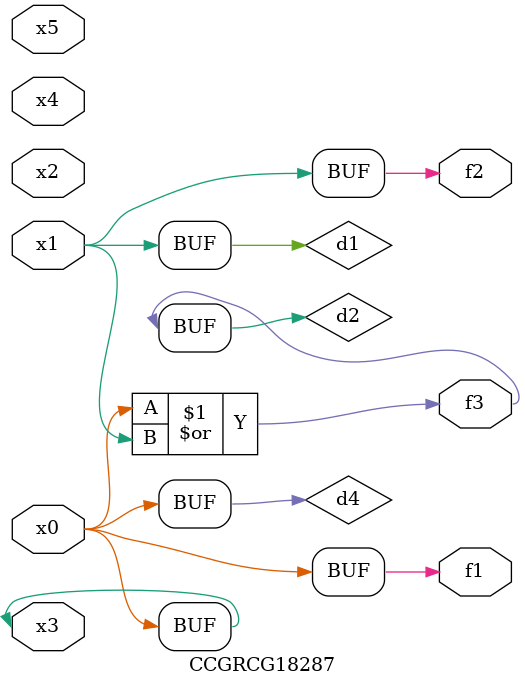
<source format=v>
module CCGRCG18287(
	input x0, x1, x2, x3, x4, x5,
	output f1, f2, f3
);

	wire d1, d2, d3, d4;

	and (d1, x1);
	or (d2, x0, x1);
	nand (d3, x0, x5);
	buf (d4, x0, x3);
	assign f1 = d4;
	assign f2 = d1;
	assign f3 = d2;
endmodule

</source>
